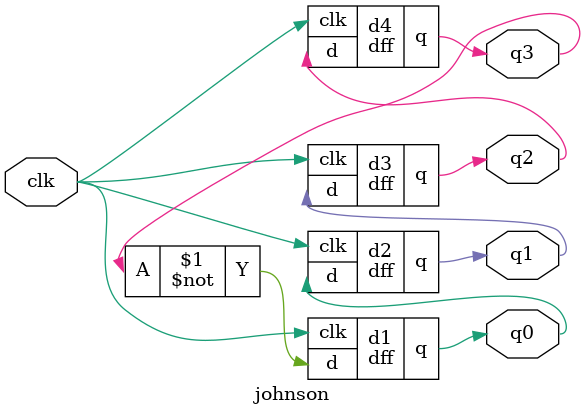
<source format=v>
`timescale 1ns / 1ps


module dff(
    input d, clk,
    output reg q, qbar
    );
initial begin
    q = 0;
end

always@(posedge clk)
begin
    q <= d;
end
endmodule

module johnson(
    input clk,
    output wire q0, q1, q2, q3
    );

dff d1(.d(~q3), .clk(clk), .q(q0));
dff d2(.d(q0), .clk(clk), .q(q1));
dff d3(.d(q1), .clk(clk), .q(q2));
dff d4(.d(q2), .clk(clk), .q(q3));

endmodule

</source>
